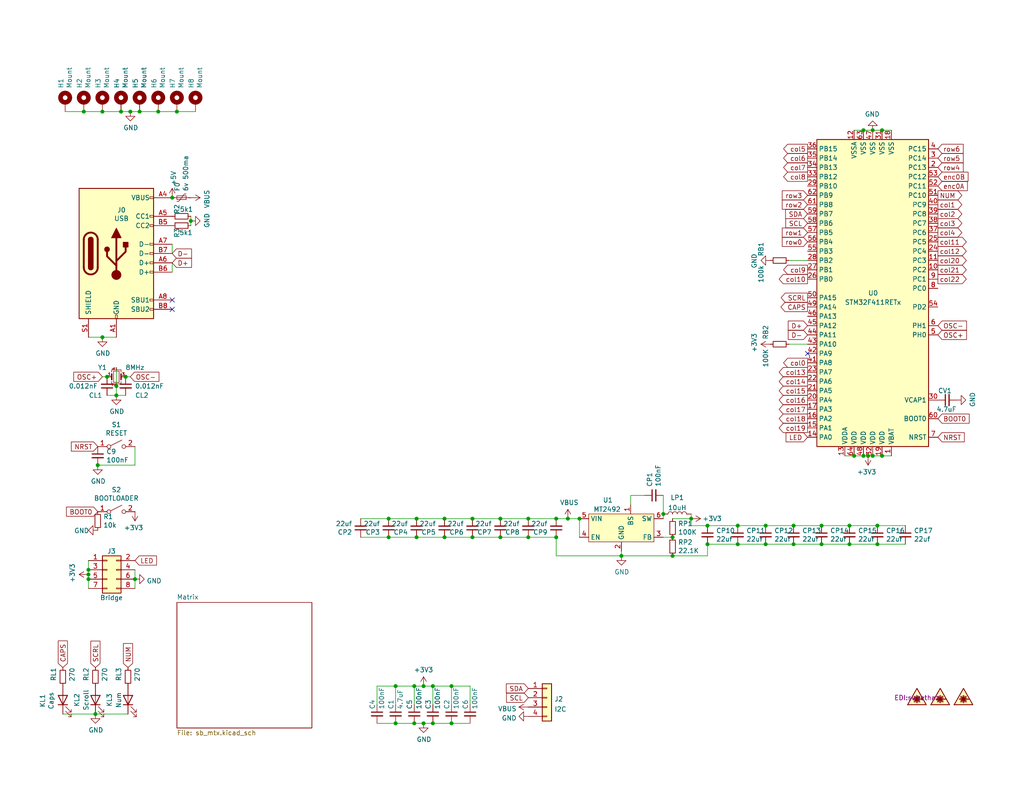
<source format=kicad_sch>
(kicad_sch (version 20211123) (generator eeschema)
  (paper "USLetter")
  (title_block (title "Sweet Business") (date "2021-09-10") (rev "Mark 1") (company "Everywhere Defense Industries") (comment 1 "Audio Interface Enabled") (comment 2 "Wow That's A Lot Of Buttons") (comment 3 "Maybe Too Many Lights?") (comment 4 "Reloads On Special Ammo Pickup"))
  (lib_symbols
    (symbol "Connector_Generic:Conn_01x04" (pin_names (offset 1.016) hide)
      (property "Reference" "J" (at 0 5.08 0))
      (property "Value" "Conn_01x04" (at 0 -7.62 0))
      (symbol "Conn_01x04_1_1"
        (pin passive line (at -5.08 2.54 0) (length 3.81) (name "Pin_1") (number "1"))
        (pin passive line (at -5.08 0 0) (length 3.81) (name "Pin_2") (number "2"))
        (pin passive line (at -5.08 -2.54 0) (length 3.81) (name "Pin_3") (number "3"))
        (pin passive line (at -5.08 -5.08 0) (length 3.81) (name "Pin_4") (number "4"))
      )
    )
    (symbol "Connector_Generic:Conn_02x04_Odd_Even" (pin_names (offset 1.016) hide)
      (property "Reference" "J" (at 1.27 5.08 0))
      (property "Value" "Conn_02x04_Odd_Even" (at 1.27 -7.62 0))
      (symbol "Conn_02x04_Odd_Even_1_1"
        (pin passive line (at -5.08 2.54 0) (length 3.81) (name "Pin_1") (number "1"))
        (pin passive line (at 7.62 2.54 180) (length 3.81) (name "Pin_2") (number "2"))
        (pin passive line (at -5.08 0 0) (length 3.81) (name "Pin_3") (number "3"))
        (pin passive line (at 7.62 0 180) (length 3.81) (name "Pin_4") (number "4"))
        (pin passive line (at -5.08 -2.54 0) (length 3.81) (name "Pin_5") (number "5"))
        (pin passive line (at 7.62 -2.54 180) (length 3.81) (name "Pin_6") (number "6"))
        (pin passive line (at -5.08 -5.08 0) (length 3.81) (name "Pin_7") (number "7"))
        (pin passive line (at 7.62 -5.08 180) (length 3.81) (name "Pin_8") (number "8"))
      )
    )
    (symbol "Device:C_Small" (pin_numbers hide) (pin_names (offset 0.254) hide)
      (property "Reference" "C" (at 0.254 1.778 0))
      (property "Value" "Device_C_Small" (at 0.254 -2.032 0))
      (symbol "C_Small_1_1"
        (pin passive line (at 0 2.54 270) (length 2.032) (name "~") (number "1"))
        (pin passive line (at 0 -2.54 90) (length 2.032) (name "~") (number "2"))
      )
    )
    (symbol "Device:Crystal_GND24_Small" (pin_names (offset 1.016) hide)
      (property "Reference" "Y" (at 1.27 4.445 0))
      (property "Value" "Crystal_GND24_Small" (at 1.27 2.54 0))
      (symbol "Crystal_GND24_Small_1_1"
        (pin passive line (at -2.54 0 0) (length 1.27) (name "1") (number "1"))
        (pin passive line (at 0 -2.54 90) (length 0.635) (name "2") (number "2"))
        (pin passive line (at 2.54 0 180) (length 1.27) (name "3") (number "3"))
        (pin passive line (at 0 2.54 270) (length 0.635) (name "4") (number "4"))
      )
    )
    (symbol "Device:L" (pin_numbers hide) (pin_names (offset 1.016) hide)
      (property "Reference" "L" (at -1.27 0 90))
      (property "Value" "L" (at 1.905 0 90))
      (symbol "L_1_1"
        (pin passive line (at 0 3.81 270) (length 1.27) (name "1") (number "1"))
        (pin passive line (at 0 -3.81 90) (length 1.27) (name "2") (number "2"))
      )
    )
    (symbol "Device:LED" (pin_numbers hide) (pin_names (offset 1.016) hide)
      (property "Reference" "D" (at 0 2.54 0))
      (property "Value" "Device_LED" (at 0 -2.54 0))
      (symbol "LED_1_1"
        (pin passive line (at -3.81 0 0) (length 2.54) (name "K") (number "1"))
        (pin passive line (at 3.81 0 180) (length 2.54) (name "A") (number "2"))
      )
    )
    (symbol "Device:Polyfuse_Small" (pin_numbers hide) (pin_names (offset 0))
      (property "Reference" "F" (at -1.905 0 90))
      (property "Value" "Device_Polyfuse_Small" (at 1.905 0 90))
      (symbol "Polyfuse_Small_1_1"
        (pin passive line (at 0 2.54 270) (length 0.635) (name "~") (number "1"))
        (pin passive line (at 0 -2.54 90) (length 0.635) (name "~") (number "2"))
      )
    )
    (symbol "Device:R_Small" (pin_numbers hide) (pin_names (offset 0.254) hide)
      (property "Reference" "R" (at 0.762 0.508 0))
      (property "Value" "Device_R_Small" (at 0.762 -1.016 0))
      (symbol "R_Small_1_1"
        (pin passive line (at 0 2.54 270) (length 0.762) (name "~") (number "1"))
        (pin passive line (at 0 -2.54 90) (length 0.762) (name "~") (number "2"))
      )
    )
    (symbol "EDI:MT2492"
      (property "Reference" "U" (at 7.62 6.35 0))
      (property "Value" "MT2492" (at -6.35 6.35 0))
      (symbol "MT2492_1_1"
        (pin input line (at 2.54 6.35 270) (length 2.54) (name "BS") (number "1"))
        (pin input line (at 0 -6.35 90) (length 2.54) (name "GND") (number "2"))
        (pin input line (at 11.43 -2.54 180) (length 2.54) (name "FB") (number "3"))
        (pin input line (at -11.43 -2.54 0) (length 2.54) (name "EN") (number "4"))
        (pin input line (at -11.43 2.54 0) (length 2.54) (name "VIN") (number "5"))
        (pin input line (at 11.43 2.54 180) (length 2.54) (name "SW") (number "6"))
      )
    )
    (symbol "GND_1" (power) (pin_names (offset 0))
      (property "Value" "GND_1" (at 0 -3.81 0))
      (symbol "GND_1_1_1"
        (pin power_in line (at 0 0 270) (length 0) hide (name "GND") (number "1"))
      )
    )
    (symbol "Graphic:SYM_LASER_Small" (pin_names (offset 1.016) hide))
    (symbol "HL-Mk3-rescue:USB_C_Receptacle_USB2.0-Connector-HL-Mk2-rescue" (pin_names (offset 1.016))
      (property "Reference" "J" (at -10.16 19.05 0))
      (property "Value" "USB_C_Receptacle_USB2.0-Connector-HL-Mk2-rescue" (at 19.05 19.05 0))
      (symbol "USB_C_Receptacle_USB2.0-Connector-HL-Mk2-rescue_1_1"
        (pin power_in line (at 0 -22.86 90) (length 5.08) (name "GND") (number "A1"))
        (pin passive line (at 0 -22.86 90) (length 5.08) hide (name "GND") (number "A12"))
        (pin power_in line (at 15.24 15.24 180) (length 5.08) (name "VBUS") (number "A4"))
        (pin bidirectional line (at 15.24 10.16 180) (length 5.08) (name "CC1") (number "A5"))
        (pin bidirectional line (at 15.24 -2.54 180) (length 5.08) (name "D+") (number "A6"))
        (pin bidirectional line (at 15.24 2.54 180) (length 5.08) (name "D-") (number "A7"))
        (pin bidirectional line (at 15.24 -12.7 180) (length 5.08) (name "SBU1") (number "A8"))
        (pin passive line (at 15.24 15.24 180) (length 5.08) hide (name "VBUS") (number "A9"))
        (pin passive line (at 0 -22.86 90) (length 5.08) hide (name "GND") (number "B1"))
        (pin passive line (at 0 -22.86 90) (length 5.08) hide (name "GND") (number "B12"))
        (pin passive line (at 15.24 15.24 180) (length 5.08) hide (name "VBUS") (number "B4"))
        (pin bidirectional line (at 15.24 7.62 180) (length 5.08) (name "CC2") (number "B5"))
        (pin bidirectional line (at 15.24 -5.08 180) (length 5.08) (name "D+") (number "B6"))
        (pin bidirectional line (at 15.24 0 180) (length 5.08) (name "D-") (number "B7"))
        (pin bidirectional line (at 15.24 -15.24 180) (length 5.08) (name "SBU2") (number "B8"))
        (pin passive line (at 15.24 15.24 180) (length 5.08) hide (name "VBUS") (number "B9"))
        (pin passive line (at -7.62 -22.86 90) (length 5.08) (name "SHIELD") (number "S1"))
      )
    )
    (symbol "MCU_ST_STM32F4:STM32F411RETx"
      (property "Reference" "U" (at -15.24 41.91 0))
      (property "Value" "STM32F411RETx" (at 10.16 41.91 0))
      (symbol "STM32F411RETx_1_1"
        (pin power_in line (at -5.08 43.18 270) (length 2.54) (name "VBAT") (number "1"))
        (pin bidirectional line (at -17.78 -7.62 0) (length 2.54) (name "PC2") (number "10"))
        (pin bidirectional line (at -17.78 -10.16 0) (length 2.54) (name "PC3") (number "11"))
        (pin power_in line (at 5.08 -45.72 90) (length 2.54) (name "VSSA") (number "12"))
        (pin power_in line (at 7.62 43.18 270) (length 2.54) (name "VDDA") (number "13"))
        (pin bidirectional line (at 17.78 38.1 180) (length 2.54) (name "PA0") (number "14"))
        (pin bidirectional line (at 17.78 35.56 180) (length 2.54) (name "PA1") (number "15"))
        (pin bidirectional line (at 17.78 33.02 180) (length 2.54) (name "PA2") (number "16"))
        (pin bidirectional line (at 17.78 30.48 180) (length 2.54) (name "PA3") (number "17"))
        (pin power_in line (at -5.08 -45.72 90) (length 2.54) (name "VSS") (number "18"))
        (pin power_in line (at -2.54 43.18 270) (length 2.54) (name "VDD") (number "19"))
        (pin bidirectional line (at -17.78 -35.56 0) (length 2.54) (name "PC13") (number "2"))
        (pin bidirectional line (at 17.78 27.94 180) (length 2.54) (name "PA4") (number "20"))
        (pin bidirectional line (at 17.78 25.4 180) (length 2.54) (name "PA5") (number "21"))
        (pin bidirectional line (at 17.78 22.86 180) (length 2.54) (name "PA6") (number "22"))
        (pin bidirectional line (at 17.78 20.32 180) (length 2.54) (name "PA7") (number "23"))
        (pin bidirectional line (at -17.78 -12.7 0) (length 2.54) (name "PC4") (number "24"))
        (pin bidirectional line (at -17.78 -15.24 0) (length 2.54) (name "PC5") (number "25"))
        (pin bidirectional line (at 17.78 -5.08 180) (length 2.54) (name "PB0") (number "26"))
        (pin bidirectional line (at 17.78 -7.62 180) (length 2.54) (name "PB1") (number "27"))
        (pin bidirectional line (at 17.78 -10.16 180) (length 2.54) (name "PB2") (number "28"))
        (pin bidirectional line (at 17.78 -30.48 180) (length 2.54) (name "PB10") (number "29"))
        (pin bidirectional line (at -17.78 -38.1 0) (length 2.54) (name "PC14") (number "3"))
        (pin power_in line (at -17.78 27.94 0) (length 2.54) (name "VCAP1") (number "30"))
        (pin power_in line (at -2.54 -45.72 90) (length 2.54) (name "VSS") (number "31"))
        (pin power_in line (at 0 43.18 270) (length 2.54) (name "VDD") (number "32"))
        (pin bidirectional line (at 17.78 -33.02 180) (length 2.54) (name "PB12") (number "33"))
        (pin bidirectional line (at 17.78 -35.56 180) (length 2.54) (name "PB13") (number "34"))
        (pin bidirectional line (at 17.78 -38.1 180) (length 2.54) (name "PB14") (number "35"))
        (pin bidirectional line (at 17.78 -40.64 180) (length 2.54) (name "PB15") (number "36"))
        (pin bidirectional line (at -17.78 -17.78 0) (length 2.54) (name "PC6") (number "37"))
        (pin bidirectional line (at -17.78 -20.32 0) (length 2.54) (name "PC7") (number "38"))
        (pin bidirectional line (at -17.78 -22.86 0) (length 2.54) (name "PC8") (number "39"))
        (pin bidirectional line (at -17.78 -40.64 0) (length 2.54) (name "PC15") (number "4"))
        (pin bidirectional line (at -17.78 -25.4 0) (length 2.54) (name "PC9") (number "40"))
        (pin bidirectional line (at 17.78 17.78 180) (length 2.54) (name "PA8") (number "41"))
        (pin bidirectional line (at 17.78 15.24 180) (length 2.54) (name "PA9") (number "42"))
        (pin bidirectional line (at 17.78 12.7 180) (length 2.54) (name "PA10") (number "43"))
        (pin bidirectional line (at 17.78 10.16 180) (length 2.54) (name "PA11") (number "44"))
        (pin bidirectional line (at 17.78 7.62 180) (length 2.54) (name "PA12") (number "45"))
        (pin bidirectional line (at 17.78 5.08 180) (length 2.54) (name "PA13") (number "46"))
        (pin power_in line (at 0 -45.72 90) (length 2.54) (name "VSS") (number "47"))
        (pin power_in line (at 2.54 43.18 270) (length 2.54) (name "VDD") (number "48"))
        (pin bidirectional line (at 17.78 2.54 180) (length 2.54) (name "PA14") (number "49"))
        (pin input line (at -17.78 10.16 0) (length 2.54) (name "PH0") (number "5"))
        (pin bidirectional line (at 17.78 0 180) (length 2.54) (name "PA15") (number "50"))
        (pin bidirectional line (at -17.78 -27.94 0) (length 2.54) (name "PC10") (number "51"))
        (pin bidirectional line (at -17.78 -30.48 0) (length 2.54) (name "PC11") (number "52"))
        (pin bidirectional line (at -17.78 -33.02 0) (length 2.54) (name "PC12") (number "53"))
        (pin bidirectional line (at -17.78 2.54 0) (length 2.54) (name "PD2") (number "54"))
        (pin bidirectional line (at 17.78 -12.7 180) (length 2.54) (name "PB3") (number "55"))
        (pin bidirectional line (at 17.78 -15.24 180) (length 2.54) (name "PB4") (number "56"))
        (pin bidirectional line (at 17.78 -17.78 180) (length 2.54) (name "PB5") (number "57"))
        (pin bidirectional line (at 17.78 -20.32 180) (length 2.54) (name "PB6") (number "58"))
        (pin bidirectional line (at 17.78 -22.86 180) (length 2.54) (name "PB7") (number "59"))
        (pin input line (at -17.78 7.62 0) (length 2.54) (name "PH1") (number "6"))
        (pin input line (at -17.78 33.02 0) (length 2.54) (name "BOOT0") (number "60"))
        (pin bidirectional line (at 17.78 -25.4 180) (length 2.54) (name "PB8") (number "61"))
        (pin bidirectional line (at 17.78 -27.94 180) (length 2.54) (name "PB9") (number "62"))
        (pin power_in line (at 2.54 -45.72 90) (length 2.54) (name "VSS") (number "63"))
        (pin power_in line (at 5.08 43.18 270) (length 2.54) (name "VDD") (number "64"))
        (pin input line (at -17.78 38.1 0) (length 2.54) (name "NRST") (number "7"))
        (pin bidirectional line (at -17.78 -2.54 0) (length 2.54) (name "PC0") (number "8"))
        (pin bidirectional line (at -17.78 -5.08 0) (length 2.54) (name "PC1") (number "9"))
      )
    )
    (symbol "Mechanical:MountingHole_Pad" (pin_numbers hide) (pin_names (offset 1.016) hide)
      (property "Reference" "H" (at 0 6.35 0))
      (property "Value" "MountingHole_Pad" (at 0 4.445 0))
      (symbol "MountingHole_Pad_1_1"
        (pin input line (at 0 -2.54 90) (length 2.54) (name "1") (number "1"))
      )
    )
    (symbol "Switch:SW_SPST" (pin_names (offset 0) hide)
      (property "Reference" "SW" (at 0 3.175 0))
      (property "Value" "Switch_SW_SPST" (at 0 -2.54 0))
      (symbol "SW_SPST_1_1"
        (pin passive line (at -5.08 0 0) (length 2.54) (name "A") (number "1"))
        (pin passive line (at 5.08 0 180) (length 2.54) (name "B") (number "2"))
      )
    )
    (symbol "VBUS_1" (power) (pin_names (offset 0))
      (property "Value" "VBUS_1" (at 0 3.81 0))
      (symbol "VBUS_1_1_1"
        (pin power_in line (at 0 0 90) (length 0) hide (name "VBUS") (number "1"))
      )
    )
    (symbol "power:+3V3" (power) (pin_names (offset 0))
      (property "Value" "power_+3V3" (at 0 3.556 0))
      (symbol "+3V3_1_1"
        (pin power_in line (at 0 0 90) (length 0) hide (name "+3V3") (number "1"))
      )
    )
    (symbol "power:+5V" (power) (pin_names (offset 0))
      (property "Value" "power_+5V" (at 0 3.556 0))
      (symbol "+5V_1_1"
        (pin power_in line (at 0 0 90) (length 0) hide (name "+5V") (number "1"))
      )
    )
    (symbol "power:GND" (power) (pin_names (offset 0))
      (property "Value" "power_GND" (at 0 -3.81 0))
      (symbol "GND_1_1"
        (pin power_in line (at 0 0 270) (length 0) hide (name "GND") (number "1"))
      )
    )
    (symbol "power:VBUS" (power) (pin_names (offset 0))
      (property "Value" "power_VBUS" (at 0 3.81 0))
      (symbol "VBUS_1_1"
        (pin power_in line (at 0 0 90) (length 0) hide (name "VBUS") (number "1"))
      )
    )
  )
  (junction (at 128.905 146.685))
  (junction (at 231.775 143.51))
  (junction (at 201.295 148.59))
  (junction (at 169.545 151.765))
  (junction (at 158.115 141.605))
  (junction (at 106.045 146.685))
  (junction (at 123.19 187.325))
  (junction (at 208.915 148.59))
  (junction (at 188.595 141.605))
  (junction (at 121.285 141.605))
  (junction (at 43.18 30.48))
  (junction (at 34.29 102.87))
  (junction (at 26.67 127))
  (junction (at 183.515 151.765))
  (junction (at 136.525 141.605))
  (junction (at 238.125 124.46))
  (junction (at 235.585 35.56))
  (junction (at 35.56 30.48))
  (junction (at 224.155 148.59))
  (junction (at 107.95 187.325))
  (junction (at 239.395 143.51))
  (junction (at 113.03 197.485))
  (junction (at 123.19 197.485))
  (junction (at 22.86 30.48))
  (junction (at 136.525 146.685))
  (junction (at 201.295 143.51))
  (junction (at 224.155 143.51))
  (junction (at 27.94 30.48))
  (junction (at 208.915 143.51))
  (junction (at 48.26 30.48))
  (junction (at 26.035 194.945))
  (junction (at 235.585 124.46))
  (junction (at 106.045 141.605))
  (junction (at 118.11 187.325))
  (junction (at 231.775 148.59))
  (junction (at 236.855 124.46))
  (junction (at 238.125 35.56))
  (junction (at 193.04 148.59))
  (junction (at 239.395 148.59))
  (junction (at 240.665 35.56))
  (junction (at 151.765 146.685))
  (junction (at 24.13 158.115))
  (junction (at 144.145 141.605))
  (junction (at 118.11 197.485))
  (junction (at 115.57 187.325))
  (junction (at 233.045 124.46))
  (junction (at 27.94 92.075))
  (junction (at 36.83 158.115))
  (junction (at 31.75 105.41))
  (junction (at 183.515 146.685))
  (junction (at 180.975 140.335))
  (junction (at 31.75 107.95))
  (junction (at 128.905 141.605))
  (junction (at 29.21 102.87))
  (junction (at 107.95 197.485))
  (junction (at 24.13 155.575))
  (junction (at 151.765 141.605))
  (junction (at 33.02 30.48))
  (junction (at 24.13 156.845))
  (junction (at 144.145 146.685))
  (junction (at 113.03 187.325))
  (junction (at 113.665 146.685))
  (junction (at 52.07 60.325))
  (junction (at 113.665 141.605))
  (junction (at 46.99 53.975))
  (junction (at 154.94 141.605))
  (junction (at 193.04 143.51))
  (junction (at 38.1 30.48))
  (junction (at 216.535 148.59))
  (junction (at 216.535 143.51))
  (junction (at 121.285 146.685))
  (junction (at 240.665 124.46))
  (junction (at 115.57 197.485))
  (no_connect (at 46.99 81.915))
  (no_connect (at 220.345 96.52))
  (no_connect (at 46.99 84.455))
  (wire (pts (xy 33.02 30.48) (xy 35.56 30.48)))
  (wire (pts (xy 172.085 137.795) (xy 172.085 135.255)))
  (wire (pts (xy 113.03 192.405) (xy 113.03 187.325)))
  (wire (pts (xy 128.905 146.685) (xy 121.285 146.685)))
  (wire (pts (xy 118.11 192.405) (xy 118.11 187.325)))
  (wire (pts (xy 201.295 143.51) (xy 208.915 143.51)))
  (wire (pts (xy 118.11 187.325) (xy 123.19 187.325)))
  (wire (pts (xy 36.83 158.115) (xy 36.83 160.655)))
  (wire (pts (xy 48.26 30.48) (xy 53.34 30.48)))
  (wire (pts (xy 238.125 124.46) (xy 240.665 124.46)))
  (wire (pts (xy 180.975 140.335) (xy 180.975 141.605)))
  (wire (pts (xy 106.045 141.605) (xy 98.425 141.605)))
  (wire (pts (xy 180.975 135.255) (xy 180.975 140.335)))
  (wire (pts (xy 231.775 143.51) (xy 239.395 143.51)))
  (wire (pts (xy 115.57 197.485) (xy 118.11 197.485)))
  (wire (pts (xy 154.94 141.605) (xy 158.115 141.605)))
  (wire (pts (xy 188.595 143.51) (xy 193.04 143.51)))
  (wire (pts (xy 113.03 187.325) (xy 115.57 187.325)))
  (wire (pts (xy 24.13 92.075) (xy 27.94 92.075)))
  (wire (pts (xy 35.56 30.48) (xy 38.1 30.48)))
  (wire (pts (xy 36.83 155.575) (xy 36.83 158.115)))
  (wire (pts (xy 113.665 141.605) (xy 106.045 141.605)))
  (wire (pts (xy 31.75 107.95) (xy 34.29 107.95)))
  (wire (pts (xy 24.13 158.115) (xy 24.13 160.655)))
  (wire (pts (xy 240.665 35.56) (xy 243.205 35.56)))
  (wire (pts (xy 52.07 61.595) (xy 52.07 60.325)))
  (wire (pts (xy 201.295 148.59) (xy 208.915 148.59)))
  (wire (pts (xy 118.11 197.485) (xy 123.19 197.485)))
  (wire (pts (xy 240.665 124.46) (xy 243.205 124.46)))
  (wire (pts (xy 123.19 197.485) (xy 128.27 197.485)))
  (wire (pts (xy 239.395 143.51) (xy 247.015 143.51)))
  (wire (pts (xy 208.915 148.59) (xy 216.535 148.59)))
  (wire (pts (xy 235.585 124.46) (xy 236.855 124.46)))
  (wire (pts (xy 239.395 148.59) (xy 247.015 148.59)))
  (wire (pts (xy 144.145 141.605) (xy 136.525 141.605)))
  (wire (pts (xy 107.95 187.325) (xy 113.03 187.325)))
  (wire (pts (xy 193.04 148.59) (xy 193.04 151.765)))
  (wire (pts (xy 172.085 135.255) (xy 175.895 135.255)))
  (wire (pts (xy 24.13 153.035) (xy 24.13 155.575)))
  (wire (pts (xy 215.265 93.98) (xy 220.345 93.98)))
  (wire (pts (xy 34.29 102.87) (xy 35.56 102.87)))
  (wire (pts (xy 233.045 124.46) (xy 235.585 124.46)))
  (wire (pts (xy 235.585 35.56) (xy 238.125 35.56)))
  (wire (pts (xy 121.285 141.605) (xy 113.665 141.605)))
  (wire (pts (xy 233.045 35.56) (xy 235.585 35.56)))
  (wire (pts (xy 216.535 143.51) (xy 224.155 143.51)))
  (wire (pts (xy 36.83 127) (xy 26.67 127)))
  (wire (pts (xy 29.21 107.95) (xy 31.75 107.95)))
  (wire (pts (xy 27.94 102.87) (xy 29.21 102.87)))
  (wire (pts (xy 224.155 148.59) (xy 231.775 148.59)))
  (wire (pts (xy 169.545 151.765) (xy 183.515 151.765)))
  (wire (pts (xy 193.04 148.59) (xy 201.295 148.59)))
  (wire (pts (xy 216.535 148.59) (xy 224.155 148.59)))
  (wire (pts (xy 128.27 187.325) (xy 128.27 192.405)))
  (wire (pts (xy 193.04 143.51) (xy 201.295 143.51)))
  (wire (pts (xy 144.145 146.685) (xy 136.525 146.685)))
  (wire (pts (xy 113.665 146.685) (xy 106.045 146.685)))
  (wire (pts (xy 231.775 148.59) (xy 239.395 148.59)))
  (wire (pts (xy 46.99 69.215) (xy 46.99 66.675)))
  (wire (pts (xy 38.1 30.48) (xy 43.18 30.48)))
  (wire (pts (xy 106.045 146.685) (xy 98.425 146.685)))
  (wire (pts (xy 107.95 187.325) (xy 102.87 187.325)))
  (wire (pts (xy 151.765 151.765) (xy 169.545 151.765)))
  (wire (pts (xy 236.855 124.46) (xy 238.125 124.46)))
  (wire (pts (xy 36.83 121.92) (xy 36.83 127)))
  (wire (pts (xy 31.75 100.33) (xy 31.75 105.41)))
  (wire (pts (xy 183.515 151.765) (xy 193.04 151.765)))
  (wire (pts (xy 136.525 146.685) (xy 128.905 146.685)))
  (wire (pts (xy 188.595 140.335) (xy 188.595 141.605)))
  (wire (pts (xy 102.87 187.325) (xy 102.87 192.405)))
  (wire (pts (xy 188.595 141.605) (xy 188.595 143.51)))
  (wire (pts (xy 107.95 197.485) (xy 113.03 197.485)))
  (wire (pts (xy 24.13 155.575) (xy 24.13 156.845)))
  (wire (pts (xy 136.525 141.605) (xy 128.905 141.605)))
  (wire (pts (xy 115.57 187.325) (xy 118.11 187.325)))
  (wire (pts (xy 180.975 146.685) (xy 183.515 146.685)))
  (wire (pts (xy 121.285 146.685) (xy 113.665 146.685)))
  (wire (pts (xy 215.265 71.12) (xy 220.345 71.12)))
  (wire (pts (xy 151.765 141.605) (xy 144.145 141.605)))
  (wire (pts (xy 169.545 151.765) (xy 169.545 150.495)))
  (wire (pts (xy 31.75 105.41) (xy 31.75 107.95)))
  (wire (pts (xy 151.765 146.685) (xy 144.145 146.685)))
  (wire (pts (xy 123.19 192.405) (xy 123.19 187.325)))
  (wire (pts (xy 123.19 187.325) (xy 128.27 187.325)))
  (wire (pts (xy 128.905 141.605) (xy 121.285 141.605)))
  (wire (pts (xy 26.035 194.945) (xy 34.925 194.945)))
  (wire (pts (xy 17.145 194.945) (xy 26.035 194.945)))
  (wire (pts (xy 238.125 35.56) (xy 240.665 35.56)))
  (wire (pts (xy 24.13 156.845) (xy 24.13 158.115)))
  (wire (pts (xy 22.86 30.48) (xy 27.94 30.48)))
  (wire (pts (xy 230.505 124.46) (xy 233.045 124.46)))
  (wire (pts (xy 151.765 146.685) (xy 151.765 151.765)))
  (wire (pts (xy 208.915 143.51) (xy 216.535 143.51)))
  (wire (pts (xy 102.87 197.485) (xy 107.95 197.485)))
  (wire (pts (xy 113.03 197.485) (xy 115.57 197.485)))
  (wire (pts (xy 183.515 141.605) (xy 188.595 141.605)))
  (wire (pts (xy 27.94 30.48) (xy 33.02 30.48)))
  (wire (pts (xy 158.115 141.605) (xy 158.115 146.685)))
  (wire (pts (xy 151.765 141.605) (xy 154.94 141.605)))
  (wire (pts (xy 27.94 92.075) (xy 31.75 92.075)))
  (wire (pts (xy 224.155 143.51) (xy 231.775 143.51)))
  (wire (pts (xy 17.78 30.48) (xy 22.86 30.48)))
  (wire (pts (xy 46.99 74.295) (xy 46.99 71.755)))
  (wire (pts (xy 52.07 60.325) (xy 52.07 59.055)))
  (wire (pts (xy 107.95 192.405) (xy 107.95 187.325)))
  (wire (pts (xy 43.18 30.48) (xy 48.26 30.48)))
  (global_label "row2" (shape input) (at 220.345 55.88 180) (property "Intersheet References" "${INTERSHEET_REFS}" (effects hide)))
  (global_label "col17" (shape output) (at 220.345 111.76 180) (property "Intersheet References" "${INTERSHEET_REFS}" (effects hide)))
  (global_label "row6" (shape input) (at 255.905 40.64 0) (property "Intersheet References" "${INTERSHEET_REFS}" (effects hide)))
  (global_label "col1" (shape output) (at 255.905 55.88 0) (property "Intersheet References" "${INTERSHEET_REFS}" (effects hide)))
  (global_label "D-" (shape input) (at 220.345 91.44 180) (property "Intersheet References" "${INTERSHEET_REFS}" (effects hide)))
  (global_label "col6" (shape output) (at 220.345 43.18 180) (property "Intersheet References" "${INTERSHEET_REFS}" (effects hide)))
  (global_label "OSC+" (shape input) (at 255.905 91.44 0) (property "Intersheet References" "${INTERSHEET_REFS}" (effects hide)))
  (global_label "col16" (shape output) (at 220.345 109.22 180) (property "Intersheet References" "${INTERSHEET_REFS}" (effects hide)))
  (global_label "col5" (shape output) (at 220.345 40.64 180) (property "Intersheet References" "${INTERSHEET_REFS}" (effects hide)))
  (global_label "col9" (shape output) (at 220.345 73.66 180) (property "Intersheet References" "${INTERSHEET_REFS}" (effects hide)))
  (global_label "col21" (shape output) (at 255.905 73.66 0) (property "Intersheet References" "${INTERSHEET_REFS}" (effects hide)))
  (global_label "OSC-" (shape input) (at 255.905 88.9 0) (property "Intersheet References" "${INTERSHEET_REFS}" (effects hide)))
  (global_label "SCRL" (shape output) (at 220.345 81.28 180) (property "Intersheet References" "${INTERSHEET_REFS}" (effects hide)))
  (global_label "col22" (shape output) (at 255.905 76.2 0) (property "Intersheet References" "${INTERSHEET_REFS}" (effects hide)))
  (global_label "col19" (shape output) (at 220.345 116.84 180) (property "Intersheet References" "${INTERSHEET_REFS}" (effects hide)))
  (global_label "col7" (shape output) (at 220.345 45.72 180) (property "Intersheet References" "${INTERSHEET_REFS}" (effects hide)))
  (global_label "NUM" (shape output) (at 255.905 53.34 0) (property "Intersheet References" "${INTERSHEET_REFS}" (effects hide)))
  (global_label "row4" (shape input) (at 255.905 45.72 0) (property "Intersheet References" "${INTERSHEET_REFS}" (effects hide)))
  (global_label "col12" (shape output) (at 255.905 68.58 0) (property "Intersheet References" "${INTERSHEET_REFS}" (effects hide)))
  (global_label "BOOT0" (shape input) (at 26.67 139.7 180) (property "Intersheet References" "${INTERSHEET_REFS}" (effects hide)))
  (global_label "CAPS" (shape output) (at 220.345 83.82 180) (property "Intersheet References" "${INTERSHEET_REFS}" (effects hide)))
  (global_label "SCRL" (shape input) (at 26.035 182.245 90) (property "Intersheet References" "${INTERSHEET_REFS}" (effects hide)))
  (global_label "col10" (shape output) (at 220.345 76.2 180) (property "Intersheet References" "${INTERSHEET_REFS}" (effects hide)))
  (global_label "enc0B" (shape input) (at 255.905 48.26 0) (property "Intersheet References" "${INTERSHEET_REFS}" (effects hide)))
  (global_label "CAPS" (shape input) (at 17.145 182.245 90) (property "Intersheet References" "${INTERSHEET_REFS}" (effects hide)))
  (global_label "col20" (shape output) (at 255.905 71.12 0) (property "Intersheet References" "${INTERSHEET_REFS}" (effects hide)))
  (global_label "col2" (shape output) (at 255.905 58.42 0) (property "Intersheet References" "${INTERSHEET_REFS}" (effects hide)))
  (global_label "SCL" (shape input) (at 144.145 190.5 180) (property "Intersheet References" "${INTERSHEET_REFS}" (effects hide)))
  (global_label "row3" (shape input) (at 220.345 53.34 180) (property "Intersheet References" "${INTERSHEET_REFS}" (effects hide)))
  (global_label "col11" (shape output) (at 255.905 66.04 0) (property "Intersheet References" "${INTERSHEET_REFS}" (effects hide)))
  (global_label "col4" (shape output) (at 255.905 63.5 0) (property "Intersheet References" "${INTERSHEET_REFS}" (effects hide)))
  (global_label "D+" (shape input) (at 220.345 88.9 180) (property "Intersheet References" "${INTERSHEET_REFS}" (effects hide)))
  (global_label "LED" (shape input) (at 36.83 153.035 0) (property "Intersheet References" "${INTERSHEET_REFS}" (effects hide)))
  (global_label "col3" (shape output) (at 255.905 60.96 0) (property "Intersheet References" "${INTERSHEET_REFS}" (effects hide)))
  (global_label "BOOT0" (shape input) (at 255.905 114.3 0) (property "Intersheet References" "${INTERSHEET_REFS}" (effects hide)))
  (global_label "col14" (shape output) (at 220.345 104.14 180) (property "Intersheet References" "${INTERSHEET_REFS}" (effects hide)))
  (global_label "SDA" (shape input) (at 144.145 187.96 180) (property "Intersheet References" "${INTERSHEET_REFS}" (effects hide)))
  (global_label "col18" (shape output) (at 220.345 114.3 180) (property "Intersheet References" "${INTERSHEET_REFS}" (effects hide)))
  (global_label "OSC-" (shape input) (at 35.56 102.87 0) (property "Intersheet References" "${INTERSHEET_REFS}" (effects hide)))
  (global_label "D-" (shape input) (at 46.99 69.215 0) (property "Intersheet References" "${INTERSHEET_REFS}" (effects hide)))
  (global_label "col15" (shape output) (at 220.345 106.68 180) (property "Intersheet References" "${INTERSHEET_REFS}" (effects hide)))
  (global_label "SDA" (shape input) (at 220.345 58.42 180) (property "Intersheet References" "${INTERSHEET_REFS}" (effects hide)))
  (global_label "col13" (shape output) (at 220.345 101.6 180) (property "Intersheet References" "${INTERSHEET_REFS}" (effects hide)))
  (global_label "NUM" (shape input) (at 34.925 182.245 90) (property "Intersheet References" "${INTERSHEET_REFS}" (effects hide)))
  (global_label "row5" (shape input) (at 255.905 43.18 0) (property "Intersheet References" "${INTERSHEET_REFS}" (effects hide)))
  (global_label "enc0A" (shape input) (at 255.905 50.8 0) (property "Intersheet References" "${INTERSHEET_REFS}" (effects hide)))
  (global_label "LED" (shape input) (at 220.345 119.38 180) (property "Intersheet References" "${INTERSHEET_REFS}" (effects hide)))
  (global_label "SCL" (shape input) (at 220.345 60.96 180) (property "Intersheet References" "${INTERSHEET_REFS}" (effects hide)))
  (global_label "D+" (shape input) (at 46.99 71.755 0) (property "Intersheet References" "${INTERSHEET_REFS}" (effects hide)))
  (global_label "NRST" (shape input) (at 255.905 119.38 0) (property "Intersheet References" "${INTERSHEET_REFS}" (effects hide)))
  (global_label "row0" (shape input) (at 220.345 66.04 180) (property "Intersheet References" "${INTERSHEET_REFS}" (effects hide)))
  (global_label "row1" (shape input) (at 220.345 63.5 180) (property "Intersheet References" "${INTERSHEET_REFS}" (effects hide)))
  (global_label "col0" (shape output) (at 220.345 99.06 180) (property "Intersheet References" "${INTERSHEET_REFS}" (effects hide)))
  (global_label "col8" (shape output) (at 220.345 48.26 180) (property "Intersheet References" "${INTERSHEET_REFS}" (effects hide)))
  (global_label "OSC+" (shape input) (at 27.94 102.87 180) (property "Intersheet References" "${INTERSHEET_REFS}" (effects hide)))
  (global_label "NRST" (shape input) (at 26.67 121.92 180) (property "Intersheet References" "${INTERSHEET_REFS}" (effects hide)))
  (symbol (lib_id "power:+3V3") (at 115.57 187.325 0) (unit 1)
    (property "Reference" "#PWR0101" (effects hide))
    (property "Value" "+3V3" (at 115.57 182.88 0))
  )
  (symbol (lib_id "Device:C_Small") (at 107.95 194.945 0) (unit 1)
    (property "Reference" "C1" (at 106.68 193.675 90) (effects (justify left)))
    (property "Value" "4.7uF" (at 109.22 193.675 90) (effects (justify left)))
    (property "Footprint" "EDI:Passive_0402_1005Metric" (effects hide))
    (property "LCSC" "C23733" (effects hide))
  )
  (symbol (lib_id "Device:C_Small") (at 123.19 194.945 0) (unit 1)
    (property "Reference" "C2" (at 121.92 193.675 90) (effects (justify left)))
    (property "Value" "100nF" (at 124.46 193.675 90) (effects (justify left)))
    (property "Footprint" "EDI:Passive_0402_1005Metric" (effects hide))
    (property "LCSC" "C1525" (effects hide))
  )
  (symbol (lib_id "Device:C_Small") (at 118.11 194.945 0) (unit 1)
    (property "Reference" "C3" (at 116.84 193.675 90) (effects (justify left)))
    (property "Value" "100nF" (at 119.38 193.675 90) (effects (justify left)))
    (property "Footprint" "EDI:Passive_0402_1005Metric" (effects hide))
    (property "LCSC" "C1525" (effects hide))
  )
  (symbol (lib_id "Device:C_Small") (at 102.87 194.945 0) (unit 1)
    (property "Reference" "C4" (at 101.6 193.675 90) (effects (justify left)))
    (property "Value" "100nF" (at 104.14 193.675 90) (effects (justify left)))
    (property "Footprint" "EDI:Passive_0402_1005Metric" (effects hide))
    (property "LCSC" "C1525" (effects hide))
  )
  (symbol (lib_id "power:GND") (at 115.57 197.485 0) (unit 1)
    (property "Reference" "#PWR0104" (effects hide))
    (property "Value" "GND" (at 115.697 201.8792 0))
  )
  (symbol (lib_id "Device:C_Small") (at 151.765 144.145 180) (unit 1)
    (property "Reference" "CP9" (at 149.4282 145.3134 0) (effects (justify left)))
    (property "Value" "22uf" (at 149.4282 143.002 0) (effects (justify left)))
    (property "Footprint" "EDI:Passive_0402_1005Metric" (effects hide))
    (property "LCSC" "C415703" (effects hide))
  )
  (symbol (lib_id "power:+3V3") (at 188.595 141.605 270) (unit 1)
    (property "Reference" "#PWR0106" (effects hide))
    (property "Value" "+3V3" (at 194.31 141.605 90))
  )
  (symbol (lib_id "power:VBUS") (at 154.94 141.605 0) (unit 1)
    (property "Reference" "#PWR0107" (effects hide))
    (property "Value" "VBUS" (at 155.321 137.2108 0))
  )
  (symbol (lib_id "HL-Mk3-rescue:USB_C_Receptacle_USB2.0-Connector-HL-Mk2-rescue") (at 31.75 69.215 0) (unit 1)
    (property "Reference" "J0" (at 33.147 57.3532 0))
    (property "Value" "USB" (at 33.147 59.6646 0))
    (property "Footprint" "Connector_USB:USB_C_Receptacle_HRO_TYPE-C-31-M-12" (effects hide))
    (property "LCSC" "C165948" (effects hide))
  )
  (symbol (lib_id "power:GND") (at 27.94 92.075 0) (unit 1)
    (property "Reference" "#PWR0108" (effects hide))
    (property "Value" "GND" (at 28.067 96.4692 0))
  )
  (symbol (lib_id "power:VBUS") (at 52.07 53.975 270) (unit 1)
    (property "Reference" "#PWR0109" (effects hide))
    (property "Value" "VBUS" (at 56.4642 54.356 0))
  )
  (symbol (lib_id "Switch:SW_SPST") (at 31.75 121.92 0) (unit 1)
    (property "Reference" "S1" (at 31.75 115.951 0))
    (property "Value" "RESET" (at 31.75 118.2624 0))
    (property "Footprint" "Button_Switch_SMD:SW_SPST_SKQG_WithoutStem" (effects hide))
    (property "LCSC" "C115351" (effects hide))
  )
  (symbol (lib_id "Device:C_Small") (at 26.67 124.46 0) (unit 1)
    (property "Reference" "C9" (at 29.0068 123.2916 0) (effects (justify left)))
    (property "Value" "100nF" (at 29.0068 125.603 0) (effects (justify left)))
    (property "Footprint" "EDI:Passive_0402_1005Metric" (effects hide))
    (property "LCSC" "C1525" (effects hide))
  )
  (symbol (lib_id "power:GND") (at 26.67 127 0) (unit 1)
    (property "Reference" "#PWR0110" (effects hide))
    (property "Value" "GND" (at 26.797 131.3942 0))
  )
  (symbol (lib_id "Switch:SW_SPST") (at 31.75 139.7 0) (unit 1)
    (property "Reference" "S2" (at 31.75 133.731 0))
    (property "Value" "BOOTLOADER" (at 31.75 136.0424 0))
    (property "Footprint" "Button_Switch_SMD:SW_SPST_SKQG_WithoutStem" (effects hide))
    (property "LCSC" "C115351" (effects hide))
  )
  (symbol (lib_id "Device:R_Small") (at 26.67 142.24 0) (unit 1)
    (property "Reference" "R1" (at 28.1686 141.0716 0) (effects (justify left)))
    (property "Value" "10k" (at 28.1686 143.383 0) (effects (justify left)))
    (property "Footprint" "EDI:Passive_0402_1005Metric" (effects hide))
    (property "LCSC" "C25744" (effects hide))
  )
  (symbol (lib_id "power:+3V3") (at 36.83 139.7 180) (unit 1)
    (property "Reference" "#PWR0111" (effects hide))
    (property "Value" "+3V3" (at 36.449 144.0942 0))
  )
  (symbol (lib_id "power:GND") (at 26.67 144.78 270) (unit 1)
    (property "Reference" "#PWR0112" (effects hide))
    (property "Value" "GND" (at 22.2758 144.907 90))
  )
  (symbol (lib_id "Mechanical:MountingHole_Pad") (at 17.78 27.94 0) (unit 1)
    (property "Reference" "H1" (at 16.6116 24.13 90) (effects (justify left)))
    (property "Value" "Mount" (at 18.923 24.13 90) (effects (justify left)))
    (property "Footprint" "EDI:SolderableHole-M2" (effects hide))
  )
  (symbol (lib_id "Mechanical:MountingHole_Pad") (at 22.86 27.94 0) (unit 1)
    (property "Reference" "H2" (at 21.6916 24.13 90) (effects (justify left)))
    (property "Value" "Mount" (at 24.003 24.13 90) (effects (justify left)))
    (property "Footprint" "EDI:SolderableHole-M2" (effects hide))
  )
  (symbol (lib_id "Mechanical:MountingHole_Pad") (at 27.94 27.94 0) (unit 1)
    (property "Reference" "H3" (at 26.7716 24.13 90) (effects (justify left)))
    (property "Value" "Mount" (at 29.083 24.13 90) (effects (justify left)))
    (property "Footprint" "EDI:SolderableHole-M2" (effects hide))
  )
  (symbol (lib_id "Mechanical:MountingHole_Pad") (at 33.02 27.94 0) (unit 1)
    (property "Reference" "H4" (at 31.8516 24.13 90) (effects (justify left)))
    (property "Value" "Mount" (at 34.163 24.13 90) (effects (justify left)))
    (property "Footprint" "EDI:SolderableHole-M2" (effects hide))
  )
  (symbol (lib_id "Mechanical:MountingHole_Pad") (at 38.1 27.94 0) (unit 1)
    (property "Reference" "H5" (at 36.9316 24.13 90) (effects (justify left)))
    (property "Value" "Mount" (at 39.243 24.13 90) (effects (justify left)))
    (property "Footprint" "EDI:SolderableHole-M2" (effects hide))
  )
  (symbol (lib_id "Mechanical:MountingHole_Pad") (at 43.18 27.94 0) (unit 1)
    (property "Reference" "H6" (at 42.0116 24.13 90) (effects (justify left)))
    (property "Value" "Mount" (at 44.323 24.13 90) (effects (justify left)))
    (property "Footprint" "EDI:SolderableHole-M2" (effects hide))
  )
  (symbol (lib_id "Mechanical:MountingHole_Pad") (at 48.26 27.94 0) (unit 1)
    (property "Reference" "H7" (at 47.0916 24.13 90) (effects (justify left)))
    (property "Value" "Mount" (at 49.403 24.13 90) (effects (justify left)))
    (property "Footprint" "EDI:SolderableHole-M2" (effects hide))
  )
  (symbol (lib_id "Mechanical:MountingHole_Pad") (at 53.34 27.94 0) (unit 1)
    (property "Reference" "H8" (at 52.1716 24.13 90) (effects (justify left)))
    (property "Value" "Mount" (at 54.483 24.13 90) (effects (justify left)))
    (property "Footprint" "EDI:SolderableHole-M2" (effects hide))
  )
  (symbol (lib_id "power:GND") (at 35.56 30.48 0) (unit 1)
    (property "Reference" "#PWR0117" (effects hide))
    (property "Value" "GND" (at 35.687 34.8742 0))
  )
  (symbol (lib_id "Device:C_Small") (at 113.03 194.945 0) (unit 1)
    (property "Reference" "C5" (at 111.76 193.675 90) (effects (justify left)))
    (property "Value" "100nF" (at 114.3 193.675 90) (effects (justify left)))
    (property "Footprint" "EDI:Passive_0402_1005Metric" (effects hide))
    (property "LCSC" "C1525" (effects hide))
  )
  (symbol (lib_id "Device:R_Small") (at 49.53 61.595 270) (unit 1)
    (property "Reference" "R3" (at 48.26 62.23 0) (effects (justify left)))
    (property "Value" "5k1" (at 48.895 63.5 90) (effects (justify left)))
    (property "Footprint" "EDI:Passive_0402_1005Metric" (effects hide))
    (property "LCSC" "C25905" (effects hide))
  )
  (symbol (lib_id "Device:R_Small") (at 49.53 59.055 90) (unit 1)
    (property "Reference" "R2" (at 48.26 58.42 0) (effects (justify left)))
    (property "Value" "5k1" (at 52.705 57.15 90) (effects (justify left)))
    (property "Footprint" "EDI:Passive_0402_1005Metric" (effects hide))
    (property "LCSC" "C25905" (effects hide))
  )
  (symbol (lib_id "power:+5V") (at 46.99 53.975 0) (unit 1)
    (property "Reference" "#PWR0128" (effects hide))
    (property "Value" "+5V" (at 47.371 50.7238 90) (effects (justify left)))
  )
  (symbol (lib_id "power:GND") (at 52.07 60.325 90) (unit 1)
    (property "Reference" "#PWR0113" (effects hide))
    (property "Value" "GND" (at 56.4642 60.198 0))
  )
  (symbol (lib_id "Graphic:SYM_LASER_Small") (at 256.54 190.5 0) (unit 1)
    (property "Reference" "Z1" (effects hide))
    (property "Value" "Business Time" (effects hide))
    (property "Footprint" "EDI:mk5-sweetbiz" (effects hide))
  )
  (symbol (lib_id "Device:Polyfuse_Small") (at 49.53 53.975 90) (unit 1)
    (property "Reference" "F0" (at 48.3616 52.2478 0) (effects (justify left)))
    (property "Value" "6v 500ma" (at 50.673 52.2478 0) (effects (justify left)))
    (property "Footprint" "Fuse:Fuse_0603_1608Metric" (effects hide))
    (property "LCSC" "C207011" (effects hide))
  )
  (symbol (lib_id "Device:C_Small") (at 128.27 194.945 0) (unit 1)
    (property "Reference" "C6" (at 127 193.675 90) (effects (justify left)))
    (property "Value" "100nF" (at 129.54 193.675 90) (effects (justify left)))
    (property "Footprint" "EDI:Passive_0402_1005Metric" (effects hide))
    (property "LCSC" "C1525" (effects hide))
  )
  (symbol (lib_id "Graphic:SYM_LASER_Small") (at 262.89 190.5 0) (unit 1)
    (property "Reference" "Z0" (effects hide))
    (property "Value" "SweetBiz ID" (effects hide))
    (property "Footprint" "EDI:EDI-HP-SCI" (effects hide))
  )
  (symbol (lib_id "Device:LED") (at 17.145 191.135 90) (unit 1)
    (property "Reference" "KL1" (at 11.6332 191.3128 0))
    (property "Value" "Caps" (at 13.9446 191.3128 0))
    (property "Footprint" "LED_THT:LED_D1.8mm_W3.3mm_H2.4mm" (effects hide))
    (property "LCSC" "C165979" (effects hide))
  )
  (symbol (lib_id "Device:LED") (at 26.035 191.135 90) (unit 1)
    (property "Reference" "KL2" (at 20.955 191.135 0))
    (property "Value" "Scroll" (at 23.495 191.135 0))
    (property "Footprint" "LED_THT:LED_D1.8mm_W3.3mm_H2.4mm" (effects hide))
    (property "LCSC" "C165979" (effects hide))
  )
  (symbol (lib_id "Device:LED") (at 34.925 191.135 90) (unit 1)
    (property "Reference" "KL3" (at 29.845 191.135 0))
    (property "Value" "Num" (at 32.385 191.135 0))
    (property "Footprint" "LED_THT:LED_D1.8mm_W3.3mm_H2.4mm" (effects hide))
    (property "LCSC" "C165979" (effects hide))
  )
  (symbol (lib_id "Connector_Generic:Conn_01x04") (at 149.225 190.5 0) (unit 1)
    (property "Reference" "J2" (at 151.257 190.8615 0) (effects (justify left)))
    (property "Value" "I2C" (at 151.257 193.6366 0) (effects (justify left)))
    (property "Footprint" "Connector_PinHeader_2.54mm:PinHeader_1x04_P2.54mm_Vertical" (effects hide))
  )
  (symbol (lib_id "power:GND") (at 26.035 194.945 0) (unit 1)
    (property "Reference" "#PWR0103" (effects hide))
    (property "Value" "GND" (at 26.162 199.3392 0))
  )
  (symbol (lib_id "Device:C_Small") (at 239.395 146.05 0) (unit 1)
    (property "Reference" "CP16" (at 241.7318 144.8816 0) (effects (justify left)))
    (property "Value" "22uf" (at 241.7318 147.193 0) (effects (justify left)))
    (property "Footprint" "EDI:Passive_0402_1005Metric" (effects hide))
    (property "LCSC" "C415703" (effects hide))
  )
  (symbol (lib_id "Device:R_Small") (at 183.515 149.225 0) (unit 1)
    (property "Reference" "RP2" (at 185.0136 148.0566 0) (effects (justify left)))
    (property "Value" "22.1K" (at 185.0136 150.368 0) (effects (justify left)))
    (property "Footprint" "EDI:Passive_0402_1005Metric" (effects hide))
    (property "LCSC" "C43473" (effects hide))
  )
  (symbol (lib_id "Device:Crystal_GND24_Small") (at 31.75 102.87 0) (unit 1)
    (property "Reference" "Y1" (at 27.94 100.33 0))
    (property "Value" "8MHz" (at 36.83 100.33 0))
    (property "Footprint" "Crystal:Crystal_SMD_3225-4Pin_3.2x2.5mm" (effects hide))
    (property "LCSC" "C479192" (effects hide))
  )
  (symbol (lib_id "Device:C_Small") (at 128.905 144.145 180) (unit 1)
    (property "Reference" "CP6" (at 126.5682 145.3134 0) (effects (justify left)))
    (property "Value" "22uf" (at 126.5682 143.002 0) (effects (justify left)))
    (property "Footprint" "EDI:Passive_0402_1005Metric" (effects hide))
    (property "LCSC" "C415703" (effects hide))
  )
  (symbol (lib_id "Device:R_Small") (at 212.725 93.98 90) (unit 1)
    (property "Reference" "RB2" (at 208.915 92.71 0) (effects (justify left)))
    (property "Value" "100K" (at 208.915 100.33 0) (effects (justify left)))
    (property "Footprint" "EDI:Passive_0402_1005Metric" (effects hide))
    (property "LCSC" "C25086" (effects hide))
  )
  (symbol (lib_name "GND_1") (lib_id "power:GND") (at 144.145 195.58 270) (unit 1)
    (property "Reference" "#PWR0102" (effects hide))
    (property "Value" "GND" (at 140.9701 196.059 90) (effects (justify right)))
  )
  (symbol (lib_id "Device:C_Small") (at 247.015 146.05 0) (unit 1)
    (property "Reference" "CP17" (at 249.3518 144.8816 0) (effects (justify left)))
    (property "Value" "22uf" (at 249.3518 147.193 0) (effects (justify left)))
    (property "Footprint" "EDI:Passive_0402_1005Metric" (effects hide))
    (property "LCSC" "C415703" (effects hide))
  )
  (symbol (lib_id "Device:C_Small") (at 113.665 144.145 180) (unit 1)
    (property "Reference" "CP4" (at 111.3282 145.3134 0) (effects (justify left)))
    (property "Value" "22uf" (at 111.3282 143.002 0) (effects (justify left)))
    (property "Footprint" "EDI:Passive_0402_1005Metric" (effects hide))
    (property "LCSC" "C415703" (effects hide))
  )
  (symbol (lib_id "power:GND") (at 260.985 109.22 90) (unit 1)
    (property "Reference" "#PWR06" (effects hide))
    (property "Value" "GND" (at 265.3792 109.093 0))
  )
  (symbol (lib_id "Device:C_Small") (at 178.435 135.255 90) (unit 1)
    (property "Reference" "CP1" (at 177.2666 132.9182 0) (effects (justify left)))
    (property "Value" "100nF" (at 179.578 132.9182 0) (effects (justify left)))
    (property "Footprint" "EDI:Passive_0402_1005Metric" (effects hide))
    (property "LCSC" "C1525" (effects hide))
  )
  (symbol (lib_id "Device:R_Small") (at 17.145 184.785 180) (unit 1)
    (property "Reference" "RL1" (at 14.605 182.245 90) (effects (justify left)))
    (property "Value" "270" (at 19.685 182.245 90) (effects (justify left)))
    (property "Footprint" "EDI:Passive_0402_1005Metric" (effects hide))
    (property "LCSC" "C25099" (effects hide))
  )
  (symbol (lib_id "Device:R_Small") (at 34.925 184.785 180) (unit 1)
    (property "Reference" "RL3" (at 32.385 182.245 90) (effects (justify left)))
    (property "Value" "270" (at 37.465 182.245 90) (effects (justify left)))
    (property "Footprint" "EDI:Passive_0402_1005Metric" (effects hide))
    (property "LCSC" "C25099" (effects hide))
  )
  (symbol (lib_id "Connector_Generic:Conn_02x04_Odd_Even") (at 29.21 155.575 0) (unit 1)
    (property "Reference" "J3" (at 29.21 150.495 0) (effects (justify left)))
    (property "Value" "Bridge" (at 27.305 163.195 0) (effects (justify left)))
    (property "Footprint" "Connector_PinHeader_2.54mm:PinHeader_2x04_P2.54mm_Vertical" (effects hide))
  )
  (symbol (lib_id "Device:C_Small") (at 121.285 144.145 180) (unit 1)
    (property "Reference" "CP5" (at 118.9482 145.3134 0) (effects (justify left)))
    (property "Value" "22uf" (at 118.9482 143.002 0) (effects (justify left)))
    (property "Footprint" "EDI:Passive_0402_1005Metric" (effects hide))
    (property "LCSC" "C415703" (effects hide))
  )
  (symbol (lib_id "power:GND") (at 169.545 151.765 0) (unit 1)
    (property "Reference" "#PWR0105" (effects hide))
    (property "Value" "GND" (at 169.672 156.1592 0))
  )
  (symbol (lib_id "Device:C_Small") (at 34.29 105.41 0) (unit 1)
    (property "Reference" "CL2" (at 36.83 107.95 0) (effects (justify left)))
    (property "Value" "0.012nF" (at 36.83 105.41 0) (effects (justify left)))
    (property "Footprint" "EDI:Passive_0402_1005Metric" (effects hide))
    (property "LCSC" "C1547" (effects hide))
  )
  (symbol (lib_id "Device:C_Small") (at 98.425 144.145 180) (unit 1)
    (property "Reference" "CP2" (at 96.0882 145.3134 0) (effects (justify left)))
    (property "Value" "22uf" (at 96.0882 143.002 0) (effects (justify left)))
    (property "Footprint" "EDI:Passive_0402_1005Metric" (effects hide))
    (property "LCSC" "C415703" (effects hide))
  )
  (symbol (lib_id "power:GND") (at 31.75 107.95 0) (unit 1)
    (property "Reference" "#PWR07" (effects hide))
    (property "Value" "GND" (at 31.877 112.3442 0))
  )
  (symbol (lib_id "EDI:MT2492") (at 169.545 144.145 0) (unit 1)
    (property "Reference" "U1" (at 164.465 136.525 0) (effects (justify left)))
    (property "Value" "MT2492" (at 161.925 139.065 0) (effects (justify left)))
    (property "Footprint" "Package_TO_SOT_SMD:SOT-23-6" (effects hide))
    (property "LCSC" "C89358" (effects hide))
  )
  (symbol (lib_id "MCU_ST_STM32F4:STM32F411RETx") (at 238.125 81.28 180) (unit 1)
    (property "Reference" "U0" (at 236.855 80.01 0) (effects (justify right)))
    (property "Value" "STM32F411RETx" (at 230.505 82.55 0) (effects (justify right)))
    (property "Footprint" "Package_QFP:LQFP-64_10x10mm_P0.5mm" (effects hide))
    (property "Datasheet" "http://www.st.com/st-web-ui/static/active/en/resource/technical/document/datasheet/DM00115249.pdf" (effects hide))
    (property "LCSC" "C94355" (effects hide))
  )
  (symbol (lib_id "Device:R_Small") (at 183.515 144.145 0) (unit 1)
    (property "Reference" "RP1" (at 185.0136 142.9766 0) (effects (justify left)))
    (property "Value" "100K" (at 185.0136 145.288 0) (effects (justify left)))
    (property "Footprint" "EDI:Passive_0402_1005Metric" (effects hide))
    (property "LCSC" "C25741" (effects hide))
  )
  (symbol (lib_id "Device:C_Small") (at 231.775 146.05 0) (unit 1)
    (property "Reference" "CP15" (at 234.1118 144.8816 0) (effects (justify left)))
    (property "Value" "22uf" (at 234.1118 147.193 0) (effects (justify left)))
    (property "Footprint" "EDI:Passive_0402_1005Metric" (effects hide))
    (property "LCSC" "C415703" (effects hide))
  )
  (symbol (lib_id "Device:C_Small") (at 201.295 146.05 0) (unit 1)
    (property "Reference" "CP11" (at 203.6318 144.8816 0) (effects (justify left)))
    (property "Value" "22uf" (at 203.6318 147.193 0) (effects (justify left)))
    (property "Footprint" "EDI:Passive_0402_1005Metric" (effects hide))
    (property "LCSC" "C415703" (effects hide))
  )
  (symbol (lib_id "power:GND") (at 238.125 35.56 180) (unit 1)
    (property "Reference" "#PWR03" (effects hide))
    (property "Value" "GND" (at 237.998 31.1658 0))
  )
  (symbol (lib_id "Device:L") (at 184.785 140.335 90) (unit 1)
    (property "Reference" "LP1" (at 184.785 135.8605 90))
    (property "Value" "10uH" (at 184.785 138.6356 90))
    (property "Footprint" "Inductor_SMD:L_Wuerth_HCI-1040" (effects hide))
    (property "LCSC" "C44893" (effects hide))
  )
  (symbol (lib_name "VBUS_1") (lib_id "power:VBUS") (at 144.145 193.04 90) (unit 1)
    (property "Reference" "#PWR0116" (effects hide))
    (property "Value" "VBUS" (at 140.97 193.519 90) (effects (justify left)))
  )
  (symbol (lib_id "power:GND") (at 36.83 158.115 90) (unit 1)
    (property "Reference" "#PWR010" (effects hide))
    (property "Value" "GND" (at 40.005 158.594 90) (effects (justify right)))
  )
  (symbol (lib_id "Device:R_Small") (at 212.725 71.12 270) (unit 1)
    (property "Reference" "RB1" (at 207.645 66.04 0) (effects (justify left)))
    (property "Value" "100k" (at 207.645 72.39 0) (effects (justify left)))
    (property "Footprint" "EDI:Passive_0402_1005Metric" (effects hide))
    (property "LCSC" "C25086" (effects hide))
  )
  (symbol (lib_id "Graphic:SYM_LASER_Small") (at 250.19 190.5 0) (unit 1)
    (property "Reference" "Z2" (effects hide))
    (property "Value" "SweetBiz ID" (effects hide))
    (property "Footprint" "EDI:sweethaz" (at 250.19 190.5 0))
  )
  (symbol (lib_id "Device:C_Small") (at 136.525 144.145 180) (unit 1)
    (property "Reference" "CP7" (at 134.1882 145.3134 0) (effects (justify left)))
    (property "Value" "22uf" (at 134.1882 143.002 0) (effects (justify left)))
    (property "Footprint" "EDI:Passive_0402_1005Metric" (effects hide))
    (property "LCSC" "C415703" (effects hide))
  )
  (symbol (lib_id "Device:C_Small") (at 216.535 146.05 0) (unit 1)
    (property "Reference" "CP13" (at 218.8718 144.8816 0) (effects (justify left)))
    (property "Value" "22uf" (at 218.8718 147.193 0) (effects (justify left)))
    (property "Footprint" "EDI:Passive_0402_1005Metric" (effects hide))
    (property "LCSC" "C415703" (effects hide))
  )
  (symbol (lib_id "Device:C_Small") (at 144.145 144.145 180) (unit 1)
    (property "Reference" "CP8" (at 141.8082 145.3134 0) (effects (justify left)))
    (property "Value" "22uf" (at 141.8082 143.002 0) (effects (justify left)))
    (property "Footprint" "EDI:Passive_0402_1005Metric" (effects hide))
    (property "LCSC" "C415703" (effects hide))
  )
  (symbol (lib_id "Device:C_Small") (at 258.445 109.22 90) (unit 1)
    (property "Reference" "CV1" (at 259.715 106.68 90) (effects (justify left)))
    (property "Value" "4.7uF" (at 260.985 111.76 90) (effects (justify left)))
    (property "Footprint" "EDI:Passive_0402_1005Metric" (effects hide))
    (property "LCSC" "C23733" (effects hide))
  )
  (symbol (lib_id "Device:C_Small") (at 224.155 146.05 0) (unit 1)
    (property "Reference" "CP14" (at 226.4918 144.8816 0) (effects (justify left)))
    (property "Value" "22uf" (at 226.4918 147.193 0) (effects (justify left)))
    (property "Footprint" "EDI:Passive_0402_1005Metric" (effects hide))
    (property "LCSC" "C415703" (effects hide))
  )
  (symbol (lib_id "power:+3V3") (at 24.13 156.845 90) (unit 1)
    (property "Reference" "#PWR0114" (effects hide))
    (property "Value" "+3V3" (at 19.7358 156.464 0))
  )
  (symbol (lib_id "Device:R_Small") (at 26.035 184.785 180) (unit 1)
    (property "Reference" "RL2" (at 23.495 182.245 90) (effects (justify left)))
    (property "Value" "270" (at 28.575 182.245 90) (effects (justify left)))
    (property "Footprint" "EDI:Passive_0402_1005Metric" (effects hide))
    (property "LCSC" "C25099" (effects hide))
  )
  (symbol (lib_id "Device:C_Small") (at 208.915 146.05 0) (unit 1)
    (property "Reference" "CP12" (at 211.2518 144.8816 0) (effects (justify left)))
    (property "Value" "22uf" (at 211.2518 147.193 0) (effects (justify left)))
    (property "Footprint" "EDI:Passive_0402_1005Metric" (effects hide))
    (property "LCSC" "C415703" (effects hide))
  )
  (symbol (lib_id "Device:C_Small") (at 29.21 105.41 180) (unit 1)
    (property "Reference" "CL1" (at 27.94 107.95 0) (effects (justify left)))
    (property "Value" "0.012nF" (at 26.67 105.41 0) (effects (justify left)))
    (property "Footprint" "EDI:Passive_0402_1005Metric" (effects hide))
    (property "LCSC" "C1547" (effects hide))
  )
  (symbol (lib_id "Device:C_Small") (at 106.045 144.145 180) (unit 1)
    (property "Reference" "CP3" (at 103.7082 145.3134 0) (effects (justify left)))
    (property "Value" "22uf" (at 103.7082 143.002 0) (effects (justify left)))
    (property "Footprint" "EDI:Passive_0402_1005Metric" (effects hide))
    (property "LCSC" "C415703" (effects hide))
  )
  (symbol (lib_id "power:+3V3") (at 210.185 93.98 90) (unit 1)
    (property "Reference" "#PWR05" (effects hide))
    (property "Value" "+3V3" (at 205.7908 93.599 0))
  )
  (symbol (lib_id "power:+3V3") (at 236.855 124.46 180) (unit 1)
    (property "Reference" "#PWR0118" (effects hide))
    (property "Value" "+3V3" (at 236.474 128.8542 0))
  )
  (symbol (lib_id "power:GND") (at 210.185 71.12 270) (unit 1)
    (property "Reference" "#PWR04" (effects hide))
    (property "Value" "GND" (at 205.7908 71.247 0))
  )
  (symbol (lib_id "Device:C_Small") (at 193.04 146.05 0) (unit 1)
    (property "Reference" "CP10" (at 195.3768 144.8816 0) (effects (justify left)))
    (property "Value" "22uf" (at 195.3768 147.193 0) (effects (justify left)))
    (property "Footprint" "EDI:Passive_0402_1005Metric" (effects hide))
    (property "LCSC" "C415703" (effects hide))
  )
  (sheet (at 48.26 164.465) (size 36.83 34.29) (stroke (width 0.1524))
    (property "Sheet name" "Matrix" (at 48.26 163.7534 0) (effects (justify left bottom)))
    (property "Sheet file" "sb_mtx.kicad_sch" (at 48.26 199.3396 0) (effects (justify left top)))
  )
)
</source>
